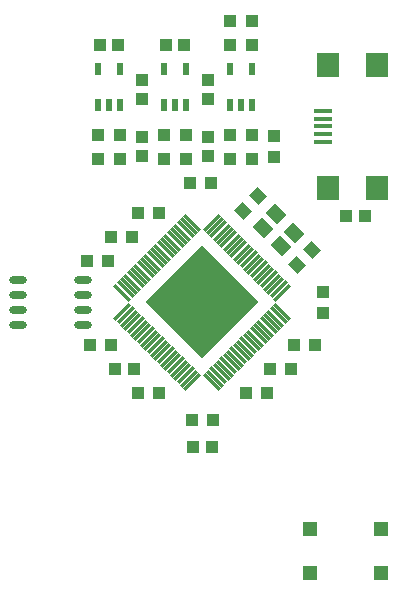
<source format=gtp>
G04 Layer: TopPasteMaskLayer*
G04 EasyEDA v6.5.42, 2024-03-17 19:56:20*
G04 22851bfb20aa482085f49a562fa88950,7084cd4cda9a42c7a5f6ba31724bf8e5,10*
G04 Gerber Generator version 0.2*
G04 Scale: 100 percent, Rotated: No, Reflected: No *
G04 Dimensions in inches *
G04 leading zeros omitted , absolute positions ,3 integer and 6 decimal *
%FSLAX36Y36*%
%MOIN*%

%AMMACRO1*21,1,$1,$2,0,0,$3*%
%ADD10O,0.059843X0.023622*%
%ADD11R,0.0217X0.0394*%
%ADD12R,0.0394X0.0433*%
%ADD13R,0.0433X0.0394*%
%ADD14R,0.0600X0.0157*%
%ADD15R,0.0748X0.0827*%
%ADD16MACRO1,0.0394X0.0433X-135.0000*%
%ADD17R,0.0472X0.0472*%
%ADD18MACRO1,0.0551X0.0453X135.0000*%
%ADD19MACRO1,0.0551X0.0453X134.9926*%
%ADD20MACRO1,0.0098X0.075X135.0000*%
%ADD21MACRO1,0.0099X0.075X135.0000*%
%ADD22MACRO1,0.0099X0.075X135.0409*%
%ADD23MACRO1,0.0098X0.075X45.0000*%
%ADD24MACRO1,0.0099X0.075X45.0000*%
%ADD25MACRO1,0.0098X0.075X44.9586*%
%ADD26MACRO1,0.0098X0.075X135.0414*%
%ADD27MACRO1,0.0099X0.075X44.9591*%
%ADD28MACRO1,0.2657X0.2657X45.0000*%
%ADD29C,0.0166*%

%LPD*%
D10*
G01*
X2734870Y2421999D03*
G01*
X2734870Y2471999D03*
G01*
X2734870Y2521999D03*
G01*
X2734870Y2571999D03*
G01*
X2519129Y2421999D03*
G01*
X2519129Y2471999D03*
G01*
X2519129Y2521999D03*
G01*
X2519129Y2571999D03*
D11*
G01*
X2783599Y3276050D03*
G01*
X2858400Y3276050D03*
G01*
X2858400Y3157939D03*
G01*
X2821000Y3157939D03*
G01*
X2783599Y3157939D03*
D12*
G01*
X2785569Y3056999D03*
G01*
X2856440Y3056999D03*
D11*
G01*
X3223599Y3276050D03*
G01*
X3298400Y3276050D03*
G01*
X3298400Y3157939D03*
G01*
X3261000Y3157939D03*
G01*
X3223599Y3157939D03*
D13*
G01*
X3371000Y3054439D03*
G01*
X3371000Y2983569D03*
D12*
G01*
X3009499Y3356999D03*
G01*
X3072489Y3356999D03*
G01*
X3277569Y2196999D03*
G01*
X3348440Y2196999D03*
G01*
X3357569Y2276999D03*
G01*
X3428440Y2276999D03*
D11*
G01*
X3003599Y3276050D03*
G01*
X3078400Y3276050D03*
G01*
X3078400Y3157939D03*
G01*
X3041000Y3157939D03*
G01*
X3003599Y3157939D03*
D12*
G01*
X3101499Y2016999D03*
G01*
X3164489Y2016999D03*
G01*
X3674499Y2786999D03*
G01*
X3611509Y2786999D03*
D14*
G01*
X3534939Y3033809D03*
G01*
X3534939Y3059409D03*
G01*
X3534939Y3085000D03*
G01*
X3534939Y3110590D03*
G01*
X3534939Y3136179D03*
D15*
G01*
X3715060Y3289720D03*
G01*
X3715060Y2880270D03*
G01*
X3549700Y2880270D03*
G01*
X3549700Y3289720D03*
D16*
G01*
X3498054Y2672054D03*
G01*
X3447939Y2621939D03*
G01*
X3318054Y2852054D03*
G01*
X3267939Y2801939D03*
D13*
G01*
X2931000Y3238499D03*
G01*
X2931000Y3175509D03*
G01*
X3151000Y3238499D03*
G01*
X3151000Y3175509D03*
G01*
X3151000Y2985500D03*
G01*
X3151000Y3048490D03*
D12*
G01*
X2904499Y2276999D03*
G01*
X2841509Y2276999D03*
G01*
X2757569Y2356999D03*
G01*
X2828440Y2356999D03*
G01*
X3225569Y3436999D03*
G01*
X3296440Y3436999D03*
G01*
X3225569Y3356999D03*
G01*
X3296440Y3356999D03*
G01*
X2785569Y2976999D03*
G01*
X2856440Y2976999D03*
G01*
X3005569Y2976999D03*
G01*
X3076440Y2976999D03*
G01*
X3225569Y2976999D03*
G01*
X3296440Y2976999D03*
D17*
G01*
X3491890Y1742829D03*
G01*
X3728109Y1742829D03*
G01*
X3491890Y1597159D03*
G01*
X3728109Y1597159D03*
D12*
G01*
X2852500Y3356999D03*
G01*
X2789510Y3356999D03*
G01*
X2917569Y2196999D03*
G01*
X2988440Y2196999D03*
D13*
G01*
X3533000Y2461570D03*
G01*
X3533000Y2532440D03*
D12*
G01*
X2917569Y2796999D03*
G01*
X2988440Y2796999D03*
G01*
X2747569Y2636999D03*
G01*
X2818440Y2636999D03*
G01*
X2827569Y2716999D03*
G01*
X2898440Y2716999D03*
G01*
X3437569Y2356999D03*
G01*
X3508440Y2356999D03*
G01*
X3097569Y2106999D03*
G01*
X3168440Y2106999D03*
G01*
X3161430Y2896999D03*
G01*
X3090559Y2896999D03*
G01*
X3005569Y3056999D03*
G01*
X3076440Y3056999D03*
G01*
X3225569Y3056999D03*
G01*
X3296440Y3056999D03*
D13*
G01*
X2931000Y2985500D03*
G01*
X2931000Y3048490D03*
D18*
G01*
X3333000Y2746994D03*
D19*
G01*
X3438789Y2730295D03*
G01*
X3394245Y2685744D03*
G01*
X3377539Y2791545D03*
D20*
G01*
X2865409Y2466689D03*
D21*
G01*
X2876545Y2455549D03*
D20*
G01*
X2887680Y2444410D03*
D21*
G01*
X2898820Y2433275D03*
D20*
G01*
X2909960Y2422139D03*
D21*
G01*
X2921095Y2411005D03*
D20*
G01*
X2932229Y2399865D03*
D21*
G01*
X2943364Y2388730D03*
D20*
G01*
X2954505Y2377590D03*
D22*
G01*
X2965644Y2366454D03*
D20*
G01*
X2976779Y2355320D03*
D21*
G01*
X2987914Y2344180D03*
D20*
G01*
X2999050Y2333044D03*
G01*
X3010154Y2321939D03*
D21*
G01*
X3021289Y2310805D03*
D20*
G01*
X3032429Y2299670D03*
D21*
G01*
X3043565Y2288534D03*
D20*
G01*
X3054699Y2277394D03*
D21*
G01*
X3065835Y2266254D03*
D20*
G01*
X3076974Y2255120D03*
D21*
G01*
X3088115Y2243985D03*
D20*
G01*
X3099249Y2232849D03*
D23*
G01*
X3163454Y2232850D03*
G01*
X3174555Y2243950D03*
D24*
G01*
X3185695Y2255084D03*
D23*
G01*
X3196830Y2266220D03*
D24*
G01*
X3207964Y2277360D03*
D23*
G01*
X3219104Y2288495D03*
D24*
G01*
X3230239Y2299634D03*
D23*
G01*
X3241380Y2310770D03*
D24*
G01*
X3252514Y2321905D03*
D23*
G01*
X3263650Y2333044D03*
D24*
G01*
X3274789Y2344179D03*
D23*
G01*
X3285925Y2355319D03*
D24*
G01*
X3297064Y2366455D03*
D23*
G01*
X3308200Y2377590D03*
D24*
G01*
X3319335Y2388730D03*
D23*
G01*
X3330470Y2399865D03*
D24*
G01*
X3341609Y2411005D03*
D23*
G01*
X3352750Y2422139D03*
D24*
G01*
X3363885Y2433274D03*
D25*
G01*
X3375019Y2444414D03*
D24*
G01*
X3386154Y2455550D03*
D23*
G01*
X3397294Y2466690D03*
D20*
G01*
X3397294Y2530889D03*
D21*
G01*
X3386155Y2542029D03*
D26*
G01*
X3375019Y2553170D03*
D21*
G01*
X3363885Y2564304D03*
D20*
G01*
X3352750Y2575439D03*
D21*
G01*
X3341610Y2586575D03*
D20*
G01*
X3330470Y2597715D03*
D21*
G01*
X3319334Y2608850D03*
D20*
G01*
X3308200Y2619990D03*
G01*
X3297100Y2631089D03*
D21*
G01*
X3285960Y2642225D03*
D20*
G01*
X3274824Y2653360D03*
D21*
G01*
X3263685Y2664500D03*
D20*
G01*
X3252550Y2675639D03*
D21*
G01*
X3241415Y2686775D03*
D20*
G01*
X3230274Y2697910D03*
D21*
G01*
X3219140Y2709044D03*
D20*
G01*
X3207999Y2720184D03*
D21*
G01*
X3196865Y2731324D03*
D20*
G01*
X3185729Y2742460D03*
D22*
G01*
X3174595Y2753595D03*
D20*
G01*
X3163454Y2764729D03*
D23*
G01*
X3099249Y2764729D03*
D24*
G01*
X3088115Y2753595D03*
D23*
G01*
X3076974Y2742459D03*
D24*
G01*
X3065840Y2731325D03*
D23*
G01*
X3054699Y2720185D03*
D24*
G01*
X3043564Y2709045D03*
D23*
G01*
X3032429Y2697909D03*
D24*
G01*
X3021290Y2686775D03*
D23*
G01*
X3010154Y2675640D03*
D24*
G01*
X2999014Y2664500D03*
D25*
G01*
X2987880Y2653364D03*
D24*
G01*
X2976745Y2642224D03*
D23*
G01*
X2965605Y2631090D03*
D24*
G01*
X2954469Y2619955D03*
D23*
G01*
X2943330Y2608814D03*
D24*
G01*
X2932194Y2597680D03*
D23*
G01*
X2921060Y2586540D03*
D27*
G01*
X2909919Y2575405D03*
D23*
G01*
X2898785Y2564269D03*
D24*
G01*
X2887644Y2553129D03*
D23*
G01*
X2876510Y2541994D03*
G01*
X2865409Y2530889D03*
D28*
G01*
X3131349Y2498789D03*
M02*

</source>
